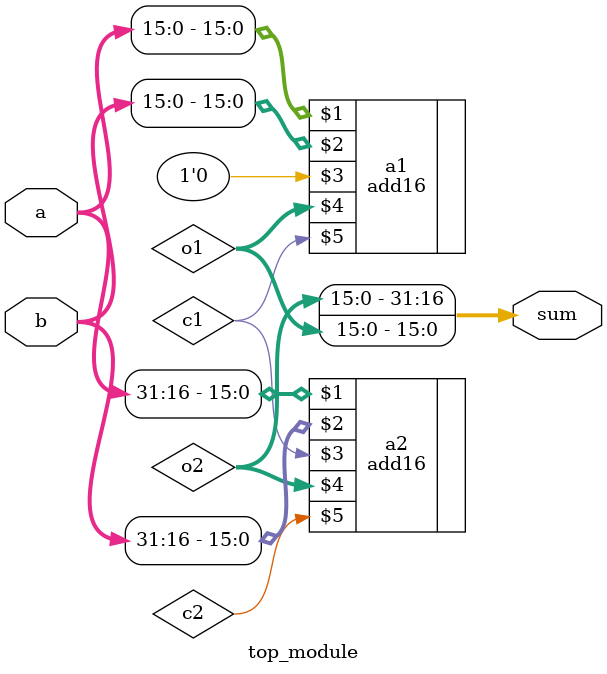
<source format=v>
module top_module(
    input [31:0] a,
    input [31:0] b,
    output [31:0] sum
);
    wire c1, c2;
    wire[15:0] o1, o2;
    add16 a1(a[15:0], b[15:0], 1'b0, o1, c1);
    add16 a2(a[31:16], b[31:16], c1, o2, c2);
    assign sum = {o2, o1};
endmodule
</source>
